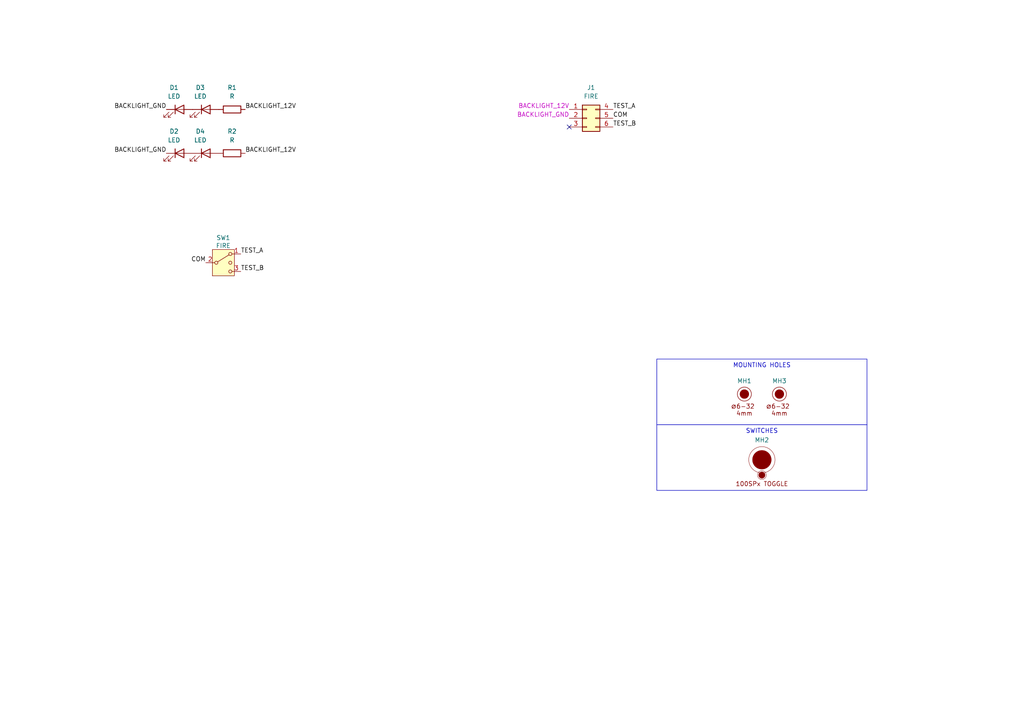
<source format=kicad_sch>
(kicad_sch (version 20231120) (generator "eeschema") (generator_version "8.0")
  (paper "A4")
  (lib_symbols
    (symbol "Connector_Generic:Conn_02x03_Top_Bottom" (pin_names (offset 1.016) hide)
      (property "Reference" "J" (at 1.27 5.08 0))
      (property "Value" "Conn_02x03_Top_Bottom" (at 1.27 -5.08 0))
      (symbol "Conn_02x03_Top_Bottom_1_1"
        (rectangle (start -1.27 -2.413) (end 0 -2.667) (stroke (width 0.1524)))
        (rectangle (start -1.27 0.127) (end 0 -0.127) (stroke (width 0.1524)))
        (rectangle (start -1.27 2.667) (end 0 2.413) (stroke (width 0.1524)))
        (rectangle (start -1.27 3.81) (end 3.81 -3.81) (stroke (width 0.254)) (fill (type background)))
        (rectangle (start 3.81 -2.413) (end 2.54 -2.667) (stroke (width 0.1524)))
        (rectangle (start 3.81 0.127) (end 2.54 -0.127) (stroke (width 0.1524)))
        (rectangle (start 3.81 2.667) (end 2.54 2.413) (stroke (width 0.1524)))
        (pin passive line (at -5.08 2.54 0) (length 3.81) (name "Pin_1") (number "1"))
        (pin passive line (at -5.08 0 0) (length 3.81) (name "Pin_2") (number "2"))
        (pin passive line (at -5.08 -2.54 0) (length 3.81) (name "Pin_3") (number "3"))
        (pin passive line (at 7.62 2.54 180) (length 3.81) (name "Pin_4") (number "4"))
        (pin passive line (at 7.62 0 180) (length 3.81) (name "Pin_5") (number "5"))
        (pin passive line (at 7.62 -2.54 180) (length 3.81) (name "Pin_6") (number "6"))
      )
    )
    (symbol "Device:LED" (pin_numbers hide) (pin_names (offset 1.016) hide)
      (property "Reference" "D" (at 0 2.54 0))
      (property "Value" "LED" (at 0 -2.54 0))
      (symbol "LED_0_1"
        (polyline (pts (xy -1.27 -1.27) (xy -1.27 1.27)) (stroke (width 0.254)))
        (polyline (pts (xy -1.27 0) (xy 1.27 0)))
        (polyline (pts (xy 1.27 -1.27) (xy 1.27 1.27) (xy -1.27 0) (xy 1.27 -1.27)) (stroke (width 0.254)))
        (polyline (pts (xy -3.048 -0.762) (xy -4.572 -2.286) (xy -3.81 -2.286) (xy -4.572 -2.286) (xy -4.572 -1.524)))
        (polyline (pts (xy -1.778 -0.762) (xy -3.302 -2.286) (xy -2.54 -2.286) (xy -3.302 -2.286) (xy -3.302 -1.524)))
      )
      (symbol "LED_1_1"
        (pin passive line (at -3.81 0 0) (length 2.54) (name "K") (number "1"))
        (pin passive line (at 3.81 0 180) (length 2.54) (name "A") (number "2"))
      )
    )
    (symbol "Device:R" (pin_numbers hide) (pin_names (offset 0))
      (property "Reference" "R" (at 2.032 0 90))
      (property "Value" "R" (at 0 0 90))
      (symbol "R_0_1"
        (rectangle (start -1.016 -2.54) (end 1.016 2.54) (stroke (width 0.254)))
      )
      (symbol "R_1_1"
        (pin passive line (at 0 3.81 270) (length 1.27) (name "~") (number "1"))
        (pin passive line (at 0 -3.81 90) (length 1.27) (name "~") (number "2"))
      )
    )
    (symbol "OH_Symbols:MountingHole_100SPx_Toggle" (pin_names (offset 1.016)) (in_bom no)
      (property "Reference" "MH" (at 0 5.715 0))
      (symbol "MountingHole_100SPx_Toggle_1_1"
        (circle (center 0 -4.445) (radius 0.898) (fill (type outline)))
        (circle (center 0 -4.445) (radius 1.27) (stroke (width 0.1)))
        (circle (center 0 0) (radius 2.6941) (fill (type outline)))
        (circle (center 0 0) (radius 3.81) (stroke (width 0.1)))
        (text "100SPx TOGGLE" (at 0 -6.985 0) (effects (font (size 1.27 1.27))))
      )
    )
    (symbol "OH_Symbols:MountingHole_6x32_PHS" (pin_numbers hide) (pin_names (offset 0) hide) (in_bom no)
      (property "Reference" "MH" (at 0 3.81 0))
      (symbol "MountingHole_6x32_PHS_0_0"
        (circle (center 0 0) (radius 1.27) (fill (type outline)))
        (circle (center 0 0) (radius 2.032))
      )
      (symbol "MountingHole_6x32_PHS_1_1"
        (text "⌀6-32 \n4mm" (at 0 -4.572 0) (effects (font (size 1.27 1.27))))
      )
    )
    (symbol "Switch:SW_SPDT_MSM" (pin_names (offset 0) hide)
      (property "Reference" "SW" (at 0 5.08 0))
      (property "Value" "SW_SPDT_MSM" (at 0 -5.08 0))
      (symbol "SW_SPDT_MSM_0_1"
        (circle (center -2.032 0) (radius 0.4572))
        (polyline (pts (xy -1.651 0.254) (xy 1.651 2.286)))
        (circle (center 2.032 -2.54) (radius 0.4572))
        (circle (center 2.032 0) (radius 0.4572))
        (circle (center 2.032 2.54) (radius 0.4572))
      )
      (symbol "SW_SPDT_MSM_1_1"
        (rectangle (start -3.175 3.81) (end 3.175 -3.81) (fill (type background)))
        (pin passive line (at 5.08 2.54 180) (length 2.54) (name "1") (number "1"))
        (pin passive line (at -5.08 0 0) (length 2.54) (name "3") (number "2"))
        (pin passive line (at 5.08 -2.54 180) (length 2.54) (name "4") (number "3"))
      )
    )
  )
  (no_connect (at 165.1 36.83))
  (text_box "SWITCHES" (at 190.5 123.19 0) (size 60.96 19.05) (effects (font (size 1.27 1.27)) (justify top)))
  (text_box "MOUNTING HOLES" (at 190.5 104.14 0) (size 60.96 19.05) (effects (font (size 1.27 1.27)) (justify top)))
  (label "BACKLIGHT_GND" (at 48.26 31.75 180))
  (label "COM" (at 177.8 34.29 0))
  (label "TEST_B" (at 177.8 36.83 0))
  (label "TEST_B" (at 69.85 78.74 0))
  (label "BACKLIGHT_12V" (at 71.12 31.75 0))
  (label "BACKLIGHT_GND" (at 48.26 44.45 180))
  (label "TEST_A" (at 69.85 73.66 0))
  (label "BACKLIGHT_GND" (at 165.1 34.29 180))
  (label "BACKLIGHT_12V" (at 71.12 44.45 0))
  (label "TEST_A" (at 177.8 31.75 0))
  (label "COM" (at 59.69 76.2 180))
  (label "BACKLIGHT_12V" (at 165.1 31.75 180))
  (symbol (lib_id "Device:LED") (at 59.69 44.45 0) (unit 1)
    (property "Reference" "D4" (at 58.1025 38.1 0))
    (property "Value" "LED" (at 58.1025 40.64 0))
    (property "Footprint" "LED_THT:LED_D3.0mm_FlatTop" (effects (hide yes)))
  )
  (symbol (lib_id "Connector_Generic:Conn_02x03_Top_Bottom") (at 170.18 34.29 0) (unit 1)
    (property "Reference" "J1" (at 171.45 25.4 0))
    (property "Value" "FIRE" (at 171.45 27.94 0))
    (property "Footprint" "Connector_IDC:IDC-Header_2x03_P2.54mm_Vertical" (effects (hide yes)))
    (property "Description" "Generic connector, double row, 02x03, top/bottom pin numbering scheme (row 1: 1...pins_per_row, row2: pins_per_row+1 ... num_pins), script generated (kicad-library-utils/schlib/autogen/connector/)" (effects (hide yes)))
  )
  (symbol (lib_id "OH_Symbols:MountingHole_6x32_PHS") (at 226.06 114.3 0) (unit 1) (in_bom no)
    (property "Reference" "MH3" (at 226.06 110.49 0))
    (property "Value" "6x32 / 4mm" (effects (hide yes)))
    (property "Footprint" "OH_Footprints:MountingHole_6-32_PHS" (effects (hide yes)))
  )
  (symbol (lib_id "Device:R") (at 67.31 31.75 90) (unit 1)
    (property "Reference" "R1" (at 67.31 25.4 90))
    (property "Value" "R" (at 67.31 27.94 90))
    (property "Footprint" "Resistor_THT:R_Axial_DIN0204_L3.6mm_D1.6mm_P7.62mm_Horizontal" (effects (hide yes)))
  )
  (symbol (lib_id "Device:LED") (at 59.69 31.75 0) (unit 1)
    (property "Reference" "D3" (at 58.1025 25.4 0))
    (property "Value" "LED" (at 58.1025 27.94 0))
    (property "Footprint" "LED_THT:LED_D3.0mm_FlatTop" (effects (hide yes)))
  )
  (symbol (lib_id "OH_Symbols:MountingHole_6x32_PHS") (at 215.9 114.3 0) (unit 1) (in_bom no)
    (property "Reference" "MH1" (at 215.9 110.49 0))
    (property "Value" "6x32 / 4mm" (effects (hide yes)))
    (property "Footprint" "OH_Footprints:MountingHole_6-32_PHS" (effects (hide yes)))
  )
  (symbol (lib_id "OH_Symbols:MountingHole_100SPx_Toggle") (at 220.98 133.35 0) (unit 1) (in_bom no)
    (property "Reference" "MH2" (at 220.98 127.635 0))
    (property "Value" "Switch_100SPx" (effects (hide yes)))
    (property "Footprint" "OH_Footprints:100SPX_Toggle_13mm_x_18mm" (effects (hide yes)))
    (property "Datasheet" "https://sten-eswitch-13110800-production.s3.amazonaws.com/system/asset/product_line/data_sheet/129/100.pdf" (effects (hide yes)))
  )
  (symbol (lib_id "Device:LED") (at 52.07 31.75 0) (unit 1)
    (property "Reference" "D1" (at 50.4825 25.4 0))
    (property "Value" "LED" (at 50.4825 27.94 0))
    (property "Footprint" "LED_THT:LED_D3.0mm_FlatTop" (effects (hide yes)))
  )
  (symbol (lib_id "Switch:SW_SPDT_MSM") (at 64.77 76.2 0) (unit 1)
    (property "Reference" "SW1" (at 64.77 68.961 0))
    (property "Value" "FIRE" (at 64.77 71.2724 0))
    (property "Footprint" "Connector_Molex:Molex_KK-254_AE-6410-03A_1x03_P2.54mm_Vertical" (effects (hide yes)))
  )
  (symbol (lib_id "Device:LED") (at 52.07 44.45 0) (unit 1)
    (property "Reference" "D2" (at 50.4825 38.1 0))
    (property "Value" "LED" (at 50.4825 40.64 0))
    (property "Footprint" "LED_THT:LED_D3.0mm_FlatTop" (effects (hide yes)))
  )
  (symbol (lib_id "Device:R") (at 67.31 44.45 90) (unit 1)
    (property "Reference" "R2" (at 67.31 38.1 90))
    (property "Value" "R" (at 67.31 40.64 90))
    (property "Footprint" "Resistor_THT:R_Axial_DIN0204_L3.6mm_D1.6mm_P7.62mm_Horizontal" (effects (hide yes)))
  )
)
</source>
